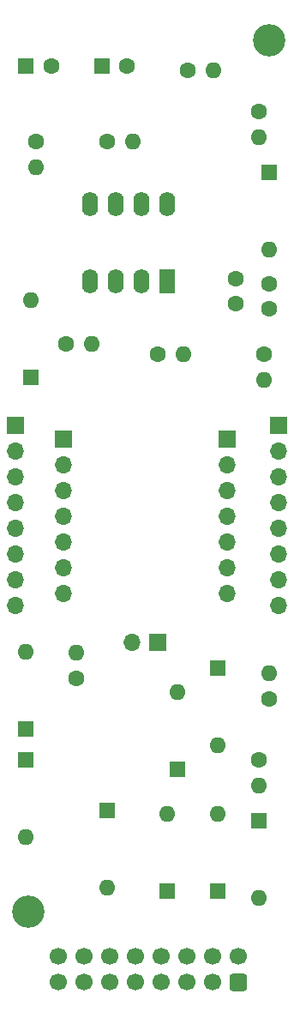
<source format=gbr>
%TF.GenerationSoftware,KiCad,Pcbnew,(5.1.6)-1*%
%TF.CreationDate,2021-08-09T18:11:52+02:00*%
%TF.ProjectId,4ch_Sampler_main,3463685f-5361-46d7-906c-65725f6d6169,rev?*%
%TF.SameCoordinates,Original*%
%TF.FileFunction,Soldermask,Bot*%
%TF.FilePolarity,Negative*%
%FSLAX46Y46*%
G04 Gerber Fmt 4.6, Leading zero omitted, Abs format (unit mm)*
G04 Created by KiCad (PCBNEW (5.1.6)-1) date 2021-08-09 18:11:52*
%MOMM*%
%LPD*%
G01*
G04 APERTURE LIST*
%ADD10O,1.700000X1.700000*%
%ADD11R,1.700000X1.700000*%
%ADD12C,3.200000*%
%ADD13O,1.600000X2.400000*%
%ADD14R,1.600000X2.400000*%
%ADD15O,1.600000X1.600000*%
%ADD16C,1.600000*%
%ADD17C,1.700000*%
%ADD18R,1.600000X1.600000*%
G04 APERTURE END LIST*
D10*
%TO.C,Xiao1*%
X123925000Y-97615000D03*
X123925000Y-95075000D03*
X123925000Y-92535000D03*
X123925000Y-89995000D03*
X123925000Y-87455000D03*
X123925000Y-84915000D03*
D11*
X123925000Y-82375000D03*
%TD*%
D10*
%TO.C,Xiao2*%
X107750000Y-97615000D03*
X107750000Y-95075000D03*
X107750000Y-92535000D03*
X107750000Y-89995000D03*
X107750000Y-87455000D03*
X107750000Y-84915000D03*
D11*
X107750000Y-82375000D03*
%TD*%
D10*
%TO.C,Conn2*%
X129000000Y-98780000D03*
X129000000Y-96240000D03*
X129000000Y-93700000D03*
X129000000Y-91160000D03*
X129000000Y-88620000D03*
X129000000Y-86080000D03*
X129000000Y-83540000D03*
D11*
X129000000Y-81000000D03*
%TD*%
D10*
%TO.C,Conn1*%
X103000000Y-98780000D03*
X103000000Y-96240000D03*
X103000000Y-93700000D03*
X103000000Y-91160000D03*
X103000000Y-88620000D03*
X103000000Y-86080000D03*
X103000000Y-83540000D03*
D11*
X103000000Y-81000000D03*
%TD*%
D12*
%TO.C,MT2*%
X128000000Y-43000000D03*
%TD*%
%TO.C,MT1*%
X104250000Y-129000000D03*
%TD*%
D10*
%TO.C,Xiao3*%
X114485000Y-102425000D03*
D11*
X117025000Y-102425000D03*
%TD*%
D13*
%TO.C,U2*%
X118000000Y-59130000D03*
X110380000Y-66750000D03*
X115460000Y-59130000D03*
X112920000Y-66750000D03*
X112920000Y-59130000D03*
X115460000Y-66750000D03*
X110380000Y-59130000D03*
D14*
X118000000Y-66750000D03*
%TD*%
D15*
%TO.C,R10*%
X109000000Y-103460000D03*
D16*
X109000000Y-106000000D03*
%TD*%
D15*
%TO.C,R9*%
X122540000Y-46000000D03*
D16*
X120000000Y-46000000D03*
%TD*%
D15*
%TO.C,R8*%
X128000000Y-105460000D03*
D16*
X128000000Y-108000000D03*
%TD*%
D15*
%TO.C,R7*%
X127000000Y-116540000D03*
D16*
X127000000Y-114000000D03*
%TD*%
D15*
%TO.C,R6*%
X127000000Y-52540000D03*
D16*
X127000000Y-50000000D03*
%TD*%
D15*
%TO.C,R5*%
X110540000Y-73000000D03*
D16*
X108000000Y-73000000D03*
%TD*%
D15*
%TO.C,R4*%
X119540000Y-74000000D03*
D16*
X117000000Y-74000000D03*
%TD*%
D15*
%TO.C,R3*%
X127500000Y-76540000D03*
D16*
X127500000Y-74000000D03*
%TD*%
D15*
%TO.C,R2*%
X105000000Y-55540000D03*
D16*
X105000000Y-53000000D03*
%TD*%
D15*
%TO.C,R1*%
X114540000Y-53000000D03*
D16*
X112000000Y-53000000D03*
%TD*%
D17*
%TO.C,J6*%
X107220000Y-133460000D03*
X109760000Y-133460000D03*
X112300000Y-133460000D03*
X114840000Y-133460000D03*
X117380000Y-133460000D03*
X119920000Y-133460000D03*
X122460000Y-133460000D03*
X125000000Y-133460000D03*
X107220000Y-136000000D03*
X109760000Y-136000000D03*
X112300000Y-136000000D03*
X114840000Y-136000000D03*
X117380000Y-136000000D03*
X119920000Y-136000000D03*
X122460000Y-136000000D03*
G36*
G01*
X125600000Y-136850000D02*
X124400000Y-136850000D01*
G75*
G02*
X124150000Y-136600000I0J250000D01*
G01*
X124150000Y-135400000D01*
G75*
G02*
X124400000Y-135150000I250000J0D01*
G01*
X125600000Y-135150000D01*
G75*
G02*
X125850000Y-135400000I0J-250000D01*
G01*
X125850000Y-136600000D01*
G75*
G02*
X125600000Y-136850000I-250000J0D01*
G01*
G37*
%TD*%
D15*
%TO.C,D13*%
X104000000Y-103380000D03*
D18*
X104000000Y-111000000D03*
%TD*%
D15*
%TO.C,D12*%
X118000000Y-119380000D03*
D18*
X118000000Y-127000000D03*
%TD*%
D15*
%TO.C,D10*%
X104000000Y-121620000D03*
D18*
X104000000Y-114000000D03*
%TD*%
D15*
%TO.C,D9*%
X112000000Y-126620000D03*
D18*
X112000000Y-119000000D03*
%TD*%
D15*
%TO.C,D7*%
X123000000Y-119380000D03*
D18*
X123000000Y-127000000D03*
%TD*%
D15*
%TO.C,D6*%
X127000000Y-127620000D03*
D18*
X127000000Y-120000000D03*
%TD*%
D15*
%TO.C,D4*%
X119000000Y-107380000D03*
D18*
X119000000Y-115000000D03*
%TD*%
D15*
%TO.C,D3*%
X123000000Y-112620000D03*
D18*
X123000000Y-105000000D03*
%TD*%
D15*
%TO.C,D2*%
X104500000Y-68630000D03*
D18*
X104500000Y-76250000D03*
%TD*%
D15*
%TO.C,D1*%
X128000000Y-63620000D03*
D18*
X128000000Y-56000000D03*
%TD*%
D16*
%TO.C,C4*%
X124750000Y-66500000D03*
X124750000Y-69000000D03*
%TD*%
%TO.C,C3*%
X128000000Y-69500000D03*
X128000000Y-67000000D03*
%TD*%
%TO.C,C2*%
X106500000Y-45500000D03*
D18*
X104000000Y-45500000D03*
%TD*%
D16*
%TO.C,C1*%
X114000000Y-45500000D03*
D18*
X111500000Y-45500000D03*
%TD*%
M02*

</source>
